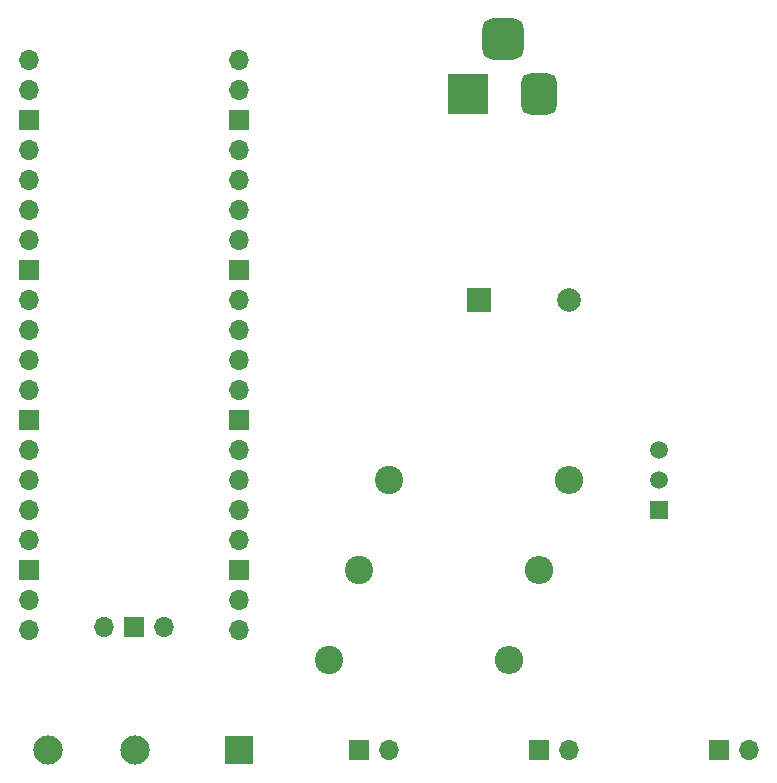
<source format=gbr>
%TF.GenerationSoftware,KiCad,Pcbnew,7.0.10-7.0.10~ubuntu22.04.1*%
%TF.CreationDate,2024-03-31T22:48:29-03:00*%
%TF.ProjectId,SweetSafe,53776565-7453-4616-9665-2e6b69636164,rev?*%
%TF.SameCoordinates,Original*%
%TF.FileFunction,Copper,L2,Bot*%
%TF.FilePolarity,Positive*%
%FSLAX46Y46*%
G04 Gerber Fmt 4.6, Leading zero omitted, Abs format (unit mm)*
G04 Created by KiCad (PCBNEW 7.0.10-7.0.10~ubuntu22.04.1) date 2024-03-31 22:48:29*
%MOMM*%
%LPD*%
G01*
G04 APERTURE LIST*
G04 Aperture macros list*
%AMRoundRect*
0 Rectangle with rounded corners*
0 $1 Rounding radius*
0 $2 $3 $4 $5 $6 $7 $8 $9 X,Y pos of 4 corners*
0 Add a 4 corners polygon primitive as box body*
4,1,4,$2,$3,$4,$5,$6,$7,$8,$9,$2,$3,0*
0 Add four circle primitives for the rounded corners*
1,1,$1+$1,$2,$3*
1,1,$1+$1,$4,$5*
1,1,$1+$1,$6,$7*
1,1,$1+$1,$8,$9*
0 Add four rect primitives between the rounded corners*
20,1,$1+$1,$2,$3,$4,$5,0*
20,1,$1+$1,$4,$5,$6,$7,0*
20,1,$1+$1,$6,$7,$8,$9,0*
20,1,$1+$1,$8,$9,$2,$3,0*%
G04 Aperture macros list end*
%TA.AperFunction,ComponentPad*%
%ADD10R,2.475000X2.475000*%
%TD*%
%TA.AperFunction,ComponentPad*%
%ADD11C,2.475000*%
%TD*%
%TA.AperFunction,ComponentPad*%
%ADD12C,2.400000*%
%TD*%
%TA.AperFunction,ComponentPad*%
%ADD13O,2.400000X2.400000*%
%TD*%
%TA.AperFunction,ComponentPad*%
%ADD14R,2.000000X2.000000*%
%TD*%
%TA.AperFunction,ComponentPad*%
%ADD15C,2.000000*%
%TD*%
%TA.AperFunction,ComponentPad*%
%ADD16R,1.500000X1.500000*%
%TD*%
%TA.AperFunction,ComponentPad*%
%ADD17C,1.500000*%
%TD*%
%TA.AperFunction,ComponentPad*%
%ADD18O,1.700000X1.700000*%
%TD*%
%TA.AperFunction,ComponentPad*%
%ADD19R,1.700000X1.700000*%
%TD*%
%TA.AperFunction,ComponentPad*%
%ADD20R,3.500000X3.500000*%
%TD*%
%TA.AperFunction,ComponentPad*%
%ADD21RoundRect,0.750000X0.750000X1.000000X-0.750000X1.000000X-0.750000X-1.000000X0.750000X-1.000000X0*%
%TD*%
%TA.AperFunction,ComponentPad*%
%ADD22RoundRect,0.875000X0.875000X0.875000X-0.875000X0.875000X-0.875000X-0.875000X0.875000X-0.875000X0*%
%TD*%
G04 APERTURE END LIST*
D10*
%TO.P,SW1,1,A*%
%TO.N,unconnected-(SW1A-A-Pad1)*%
X66040000Y-114300000D03*
D11*
%TO.P,SW1,2,B*%
%TO.N,GND*%
X49940000Y-114300000D03*
%TO.P,SW1,3,C*%
%TO.N,Switch*%
X57240000Y-114300000D03*
%TD*%
D12*
%TO.P,R1,1*%
%TO.N,GreenLed*%
X73660000Y-106680000D03*
D13*
%TO.P,R1,2*%
%TO.N,Net-(GreenLed+1-Pin_2)*%
X88900000Y-106680000D03*
%TD*%
D14*
%TO.P,BZ1,1,+*%
%TO.N,Buzzer*%
X86380000Y-76200000D03*
D15*
%TO.P,BZ1,2,-*%
%TO.N,GND*%
X93980000Y-76200000D03*
%TD*%
D16*
%TO.P,Q1,1,C*%
%TO.N,Net-(Electromagnet+1-Pin_1)*%
X101600000Y-93980000D03*
D17*
%TO.P,Q1,2,B*%
%TO.N,Net-(Q1-B)*%
X101600000Y-91440000D03*
%TO.P,Q1,3,E*%
%TO.N,GND*%
X101600000Y-88900000D03*
%TD*%
D12*
%TO.P,R3,1*%
%TO.N,Electromagnet*%
X78740000Y-91440000D03*
D13*
%TO.P,R3,2*%
%TO.N,Net-(Q1-B)*%
X93980000Y-91440000D03*
%TD*%
D18*
%TO.P,U1,1,GPIO0*%
%TO.N,unconnected-(U1-GPIO0-Pad1)*%
X48260000Y-55880000D03*
%TO.P,U1,2,GPIO1*%
%TO.N,unconnected-(U1-GPIO1-Pad2)*%
X48260000Y-58420000D03*
D19*
%TO.P,U1,3,GND*%
%TO.N,GND*%
X48260000Y-60960000D03*
D18*
%TO.P,U1,4,GPIO2*%
%TO.N,unconnected-(U1-GPIO2-Pad4)*%
X48260000Y-63500000D03*
%TO.P,U1,5,GPIO3*%
%TO.N,unconnected-(U1-GPIO3-Pad5)*%
X48260000Y-66040000D03*
%TO.P,U1,6,GPIO4*%
%TO.N,unconnected-(U1-GPIO4-Pad6)*%
X48260000Y-68580000D03*
%TO.P,U1,7,GPIO5*%
%TO.N,unconnected-(U1-GPIO5-Pad7)*%
X48260000Y-71120000D03*
D19*
%TO.P,U1,8,GND*%
%TO.N,unconnected-(U1-GND-Pad8)*%
X48260000Y-73660000D03*
D18*
%TO.P,U1,9,GPIO6*%
%TO.N,unconnected-(U1-GPIO6-Pad9)*%
X48260000Y-76200000D03*
%TO.P,U1,10,GPIO7*%
%TO.N,unconnected-(U1-GPIO7-Pad10)*%
X48260000Y-78740000D03*
%TO.P,U1,11,GPIO8*%
%TO.N,unconnected-(U1-GPIO8-Pad11)*%
X48260000Y-81280000D03*
%TO.P,U1,12,GPIO9*%
%TO.N,unconnected-(U1-GPIO9-Pad12)*%
X48260000Y-83820000D03*
D19*
%TO.P,U1,13,GND*%
%TO.N,unconnected-(U1-GND-Pad13)*%
X48260000Y-86360000D03*
D18*
%TO.P,U1,14,GPIO10*%
%TO.N,unconnected-(U1-GPIO10-Pad14)*%
X48260000Y-88900000D03*
%TO.P,U1,15,GPIO11*%
%TO.N,unconnected-(U1-GPIO11-Pad15)*%
X48260000Y-91440000D03*
%TO.P,U1,16,GPIO12*%
%TO.N,unconnected-(U1-GPIO12-Pad16)*%
X48260000Y-93980000D03*
%TO.P,U1,17,GPIO13*%
%TO.N,unconnected-(U1-GPIO13-Pad17)*%
X48260000Y-96520000D03*
D19*
%TO.P,U1,18,GND*%
%TO.N,GND*%
X48260000Y-99060000D03*
D18*
%TO.P,U1,19,GPIO14*%
%TO.N,unconnected-(U1-GPIO14-Pad19)*%
X48260000Y-101600000D03*
%TO.P,U1,20,GPIO15*%
%TO.N,unconnected-(U1-GPIO15-Pad20)*%
X48260000Y-104140000D03*
%TO.P,U1,21,GPIO16*%
%TO.N,unconnected-(U1-GPIO16-Pad21)*%
X66040000Y-104140000D03*
%TO.P,U1,22,GPIO17*%
%TO.N,Switch*%
X66040000Y-101600000D03*
D19*
%TO.P,U1,23,GND*%
%TO.N,unconnected-(U1-GND-Pad23)*%
X66040000Y-99060000D03*
D18*
%TO.P,U1,24,GPIO18*%
%TO.N,GreenLed*%
X66040000Y-96520000D03*
%TO.P,U1,25,GPIO19*%
%TO.N,RedLed*%
X66040000Y-93980000D03*
%TO.P,U1,26,GPIO20*%
%TO.N,Electromagnet*%
X66040000Y-91440000D03*
%TO.P,U1,27,GPIO21*%
%TO.N,Buzzer*%
X66040000Y-88900000D03*
D19*
%TO.P,U1,28,GND*%
%TO.N,unconnected-(U1-GND-Pad28)*%
X66040000Y-86360000D03*
D18*
%TO.P,U1,29,GPIO22*%
%TO.N,unconnected-(U1-GPIO22-Pad29)*%
X66040000Y-83820000D03*
%TO.P,U1,30,RUN*%
%TO.N,unconnected-(U1-RUN-Pad30)*%
X66040000Y-81280000D03*
%TO.P,U1,31,GPIO26_ADC0*%
%TO.N,unconnected-(U1-GPIO26_ADC0-Pad31)*%
X66040000Y-78740000D03*
%TO.P,U1,32,GPIO27_ADC1*%
%TO.N,unconnected-(U1-GPIO27_ADC1-Pad32)*%
X66040000Y-76200000D03*
D19*
%TO.P,U1,33,AGND*%
%TO.N,unconnected-(U1-AGND-Pad33)*%
X66040000Y-73660000D03*
D18*
%TO.P,U1,34,GPIO28_ADC2*%
%TO.N,unconnected-(U1-GPIO28_ADC2-Pad34)*%
X66040000Y-71120000D03*
%TO.P,U1,35,ADC_VREF*%
%TO.N,unconnected-(U1-ADC_VREF-Pad35)*%
X66040000Y-68580000D03*
%TO.P,U1,36,3V3*%
%TO.N,unconnected-(U1-3V3-Pad36)*%
X66040000Y-66040000D03*
%TO.P,U1,37,3V3_EN*%
%TO.N,unconnected-(U1-3V3_EN-Pad37)*%
X66040000Y-63500000D03*
D19*
%TO.P,U1,38,GND*%
%TO.N,GND*%
X66040000Y-60960000D03*
D18*
%TO.P,U1,39,VSYS*%
%TO.N,VCC*%
X66040000Y-58420000D03*
%TO.P,U1,40,VBUS*%
%TO.N,unconnected-(U1-VBUS-Pad40)*%
X66040000Y-55880000D03*
%TO.P,U1,41,SWCLK*%
%TO.N,unconnected-(U1-SWCLK-Pad41)*%
X54610000Y-103910000D03*
D19*
%TO.P,U1,42,GND*%
%TO.N,GND*%
X57150000Y-103910000D03*
D18*
%TO.P,U1,43,SWDIO*%
%TO.N,unconnected-(U1-SWDIO-Pad43)*%
X59690000Y-103910000D03*
%TD*%
D20*
%TO.P,J1,1*%
%TO.N,VCC*%
X85440000Y-58800000D03*
D21*
%TO.P,J1,2*%
%TO.N,GND*%
X91440000Y-58800000D03*
D22*
%TO.P,J1,3*%
%TO.N,N/C*%
X88440000Y-54100000D03*
%TD*%
D19*
%TO.P,Electromagnet+,1,Pin_1*%
%TO.N,Net-(Electromagnet+1-Pin_1)*%
X106680000Y-114300000D03*
D18*
%TO.P,Electromagnet+,2,Pin_2*%
%TO.N,VCC*%
X109220000Y-114300000D03*
%TD*%
D12*
%TO.P,R2,1*%
%TO.N,RedLed*%
X76200000Y-99060000D03*
D13*
%TO.P,R2,2*%
%TO.N,Net-(RedLed+1-Pin_2)*%
X91440000Y-99060000D03*
%TD*%
D19*
%TO.P,GreenLed+,1,Pin_1*%
%TO.N,GND*%
X76200000Y-114300000D03*
D18*
%TO.P,GreenLed+,2,Pin_2*%
%TO.N,Net-(GreenLed+1-Pin_2)*%
X78740000Y-114300000D03*
%TD*%
D19*
%TO.P,RedLed+,1,Pin_1*%
%TO.N,GND*%
X91440000Y-114300000D03*
D18*
%TO.P,RedLed+,2,Pin_2*%
%TO.N,Net-(RedLed+1-Pin_2)*%
X93980000Y-114300000D03*
%TD*%
M02*

</source>
